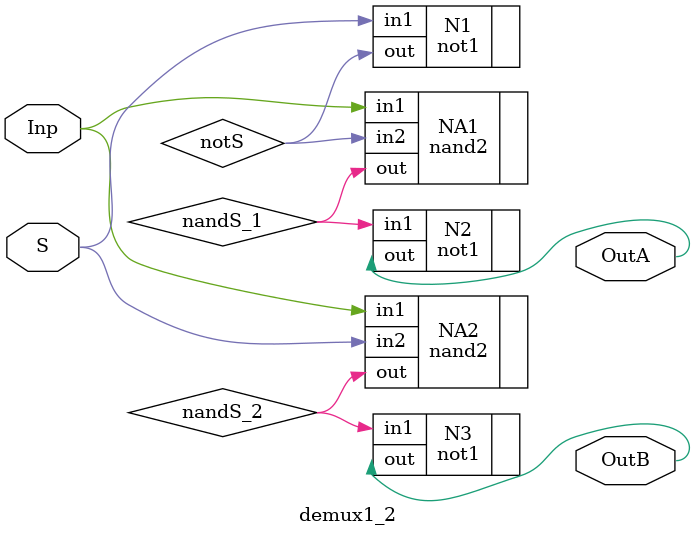
<source format=v>
module demux1_2(Inp, S, OutA, OutB);
    input Inp;
    input S;

    output OutA;
    output OutB;

    wire notS;
    wire nandS_1, nandS_2;
    wire notNandS_1, notNandS_2;

    not1 N1(.in1(S), .out(notS));

    nand2 NA1(.in1(Inp), .in2(notS), .out(nandS_1));
    nand2 NA2(.in1(Inp), .in2(S), .out(nandS_2));

    not1 N2(.in1(nandS_1), .out(OutA));
    not1 N3(.in1(nandS_2), .out(OutB));

endmodule
</source>
